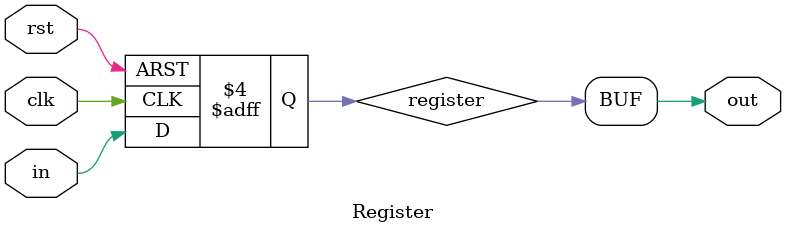
<source format=sv>
parameter SIZE = 1;
module Register
(
input logic clk,
input logic rst,

input logic [SIZE-1:0]in,
output logic [SIZE-1:0]out
);

logic [SIZE-1:0]register;

always_ff @ (posedge clk or negedge rst) begin
	if (rst == 1'b0) begin
		register = 0;
	end
	else begin
		register <= in;
	end
end

always_comb begin
	out = register;
end


endmodule

</source>
